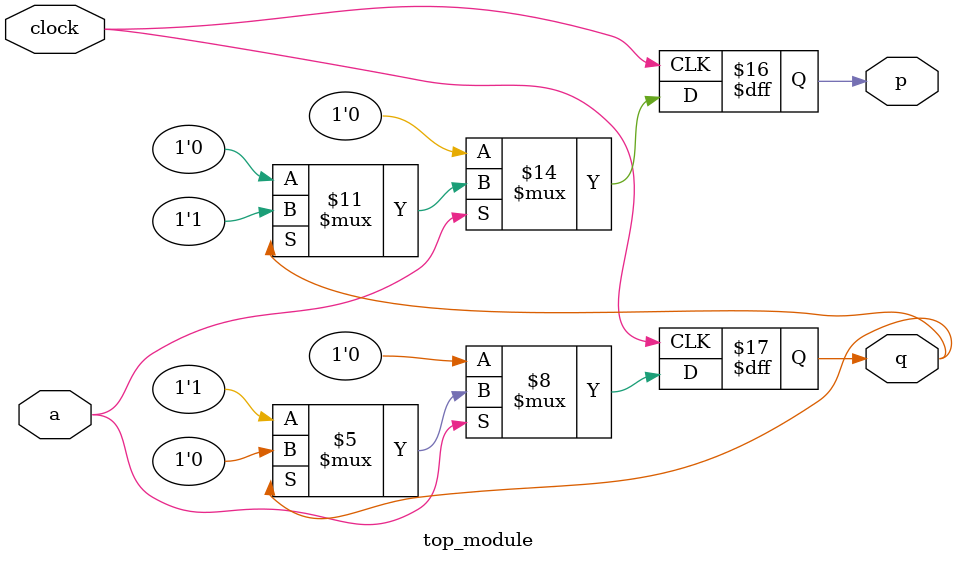
<source format=sv>
module top_module (
    input clock,
    input a,
    output reg p,
    output reg q
);

always @(posedge clock) begin
    if (~a) begin
        p <= 0;
        q <= 0;
    end
    else begin
        if (~q) begin
            p <= 0;
            q <= 1;
        end
        else begin
            p <= 1;
            q <= 0;
        end
    end
end

endmodule

</source>
